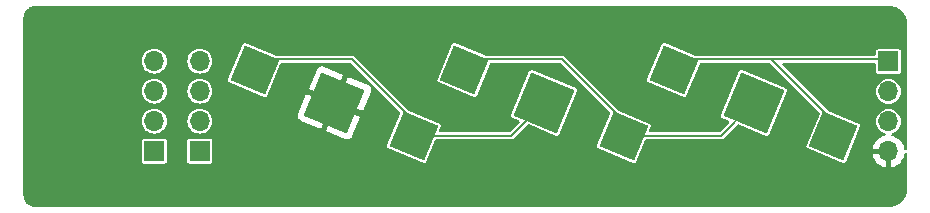
<source format=gbl>
G04 #@! TF.GenerationSoftware,KiCad,Pcbnew,8.0.8*
G04 #@! TF.CreationDate,2025-10-01T21:52:52+01:00*
G04 #@! TF.ProjectId,3S_coinHolder_LIR1654.kicad_pro,33535f63-6f69-46e4-986f-6c6465725f4c,rev?*
G04 #@! TF.SameCoordinates,Original*
G04 #@! TF.FileFunction,Copper,L2,Bot*
G04 #@! TF.FilePolarity,Positive*
%FSLAX46Y46*%
G04 Gerber Fmt 4.6, Leading zero omitted, Abs format (unit mm)*
G04 Created by KiCad (PCBNEW 8.0.8) date 2025-10-01 21:52:52*
%MOMM*%
%LPD*%
G01*
G04 APERTURE LIST*
G04 Aperture macros list*
%AMRotRect*
0 Rectangle, with rotation*
0 The origin of the aperture is its center*
0 $1 length*
0 $2 width*
0 $3 Rotation angle, in degrees counterclockwise*
0 Add horizontal line*
21,1,$1,$2,0,0,$3*%
G04 Aperture macros list end*
G04 #@! TA.AperFunction,ComponentPad*
%ADD10R,1.700000X1.700000*%
G04 #@! TD*
G04 #@! TA.AperFunction,ComponentPad*
%ADD11O,1.700000X1.700000*%
G04 #@! TD*
G04 #@! TA.AperFunction,SMDPad,CuDef*
%ADD12RotRect,3.960000X3.960000X157.500000*%
G04 #@! TD*
G04 #@! TA.AperFunction,SMDPad,CuDef*
%ADD13RotRect,3.180000X3.180000X157.500000*%
G04 #@! TD*
G04 #@! TA.AperFunction,ViaPad*
%ADD14C,0.600000*%
G04 #@! TD*
G04 #@! TA.AperFunction,Conductor*
%ADD15C,0.200000*%
G04 #@! TD*
G04 APERTURE END LIST*
D10*
G04 #@! TO.P,J3,1,Pin_1*
G04 #@! TO.N,Net-(J2-Pin_1)*
X123000000Y-103540000D03*
D11*
G04 #@! TO.P,J3,2,Pin_2*
G04 #@! TO.N,Net-(J2-Pin_2)*
X123000000Y-101000000D03*
G04 #@! TO.P,J3,3,Pin_3*
G04 #@! TO.N,Net-(J2-Pin_3)*
X123000000Y-98460000D03*
G04 #@! TO.P,J3,4,Pin_4*
G04 #@! TO.N,Net-(J2-Pin_4)*
X123000000Y-95920000D03*
G04 #@! TD*
D12*
G04 #@! TO.P,BT1,N*
G04 #@! TO.N,/V_{C2}*
X173755679Y-99456411D03*
D13*
G04 #@! TO.P,BT1,P1*
G04 #@! TO.N,/V_{C1}*
X180500000Y-102250000D03*
G04 #@! TO.P,BT1,P2*
X167011358Y-96662822D03*
G04 #@! TD*
D12*
G04 #@! TO.P,BT2,N*
G04 #@! TO.N,/V_{C3}*
X156005679Y-99456411D03*
D13*
G04 #@! TO.P,BT2,P1*
G04 #@! TO.N,/V_{C2}*
X162750000Y-102250000D03*
G04 #@! TO.P,BT2,P2*
X149261358Y-96662822D03*
G04 #@! TD*
D10*
G04 #@! TO.P,J2,1,Pin_1*
G04 #@! TO.N,Net-(J2-Pin_1)*
X126851214Y-103550000D03*
D11*
G04 #@! TO.P,J2,2,Pin_2*
G04 #@! TO.N,Net-(J2-Pin_2)*
X126851214Y-101010000D03*
G04 #@! TO.P,J2,3,Pin_3*
G04 #@! TO.N,Net-(J2-Pin_3)*
X126851214Y-98470000D03*
G04 #@! TO.P,J2,4,Pin_4*
G04 #@! TO.N,Net-(J2-Pin_4)*
X126851214Y-95930000D03*
G04 #@! TD*
D10*
G04 #@! TO.P,J1,1,Pin_1*
G04 #@! TO.N,/V_{C1}*
X185164214Y-95950000D03*
D11*
G04 #@! TO.P,J1,2,Pin_2*
G04 #@! TO.N,/V_{C2}*
X185164214Y-98490000D03*
G04 #@! TO.P,J1,3,Pin_3*
G04 #@! TO.N,/V_{C3}*
X185164214Y-101030000D03*
G04 #@! TO.P,J1,4,Pin_4*
G04 #@! TO.N,GND*
X185164214Y-103570000D03*
G04 #@! TD*
D12*
G04 #@! TO.P,BT3,N*
G04 #@! TO.N,GND*
X138255679Y-99456411D03*
D13*
G04 #@! TO.P,BT3,P1*
G04 #@! TO.N,/V_{C3}*
X145000000Y-102250000D03*
G04 #@! TO.P,BT3,P2*
X131511358Y-96662822D03*
G04 #@! TD*
D14*
G04 #@! TO.N,/V_{C3}*
X156005679Y-99456411D03*
G04 #@! TO.N,GND*
X138255679Y-99456411D03*
G04 #@! TO.N,/V_{C2}*
X173731045Y-99481045D03*
G04 #@! TD*
D15*
G04 #@! TO.N,/V_{C3}*
X145000000Y-102250000D02*
X153212090Y-102250000D01*
X131511358Y-96662822D02*
X132424180Y-95750000D01*
X132424180Y-95750000D02*
X139750000Y-95750000D01*
X145000000Y-101000000D02*
X145000000Y-102250000D01*
X139750000Y-95750000D02*
X145000000Y-101000000D01*
X153212090Y-102250000D02*
X156005679Y-99456411D01*
G04 #@! TO.N,/V_{C2}*
X162750000Y-102250000D02*
X170962090Y-102250000D01*
X173755679Y-99456411D02*
X174212090Y-99000000D01*
X149261358Y-96662822D02*
X150174180Y-95750000D01*
X157500000Y-95750000D02*
X162750000Y-101000000D01*
X174212090Y-99000000D02*
X174500000Y-99000000D01*
X173731045Y-99481045D02*
X173755679Y-99456411D01*
X170962090Y-102250000D02*
X173731045Y-99481045D01*
X150174180Y-95750000D02*
X157500000Y-95750000D01*
X162750000Y-101000000D02*
X162750000Y-102250000D01*
X174500000Y-99000000D02*
X175010000Y-98490000D01*
G04 #@! TO.N,/V_{C1}*
X175250000Y-95750000D02*
X180500000Y-101000000D01*
X167011358Y-96662822D02*
X167924180Y-95750000D01*
X180500000Y-101000000D02*
X180500000Y-102250000D01*
X175250000Y-95750000D02*
X184964214Y-95750000D01*
X184964214Y-95750000D02*
X185164214Y-95950000D01*
X167924180Y-95750000D02*
X175250000Y-95750000D01*
G04 #@! TD*
G04 #@! TA.AperFunction,Conductor*
G04 #@! TO.N,GND*
G36*
X185254418Y-91250816D02*
G01*
X185454561Y-91265130D01*
X185472063Y-91267647D01*
X185663797Y-91309355D01*
X185680755Y-91314334D01*
X185856354Y-91379830D01*
X185864609Y-91382909D01*
X185880701Y-91390259D01*
X186052904Y-91484288D01*
X186067784Y-91493849D01*
X186209414Y-91599873D01*
X186224867Y-91611441D01*
X186238237Y-91623027D01*
X186376972Y-91761762D01*
X186388558Y-91775132D01*
X186495981Y-91918632D01*
X186506146Y-91932210D01*
X186515711Y-91947095D01*
X186609740Y-92119298D01*
X186617090Y-92135390D01*
X186685662Y-92319236D01*
X186690646Y-92336212D01*
X186732351Y-92527931D01*
X186734869Y-92545442D01*
X186749184Y-92745580D01*
X186749500Y-92754427D01*
X186749500Y-103360322D01*
X186729815Y-103427361D01*
X186677011Y-103473116D01*
X186607853Y-103483060D01*
X186544297Y-103454035D01*
X186506523Y-103395257D01*
X186501972Y-103371130D01*
X186498783Y-103334683D01*
X186498781Y-103334673D01*
X186437647Y-103106516D01*
X186437643Y-103106507D01*
X186337814Y-102892422D01*
X186337813Y-102892420D01*
X186202327Y-102698926D01*
X186202322Y-102698920D01*
X186035296Y-102531894D01*
X185841792Y-102396399D01*
X185627706Y-102296570D01*
X185627700Y-102296567D01*
X185505563Y-102263841D01*
X185445903Y-102227476D01*
X185415374Y-102164629D01*
X185423669Y-102095253D01*
X185468154Y-102041375D01*
X185501658Y-102025407D01*
X185568168Y-102005232D01*
X185750664Y-101907685D01*
X185910624Y-101776410D01*
X186041899Y-101616450D01*
X186139446Y-101433954D01*
X186199514Y-101235934D01*
X186219797Y-101030000D01*
X186199514Y-100824066D01*
X186139446Y-100626046D01*
X186041899Y-100443550D01*
X185980435Y-100368655D01*
X185910624Y-100283589D01*
X185792891Y-100186969D01*
X185750664Y-100152315D01*
X185568168Y-100054768D01*
X185370148Y-99994700D01*
X185370146Y-99994699D01*
X185370148Y-99994699D01*
X185164214Y-99974417D01*
X184958281Y-99994699D01*
X184760257Y-100054769D01*
X184659681Y-100108529D01*
X184577764Y-100152315D01*
X184577762Y-100152316D01*
X184577761Y-100152317D01*
X184417803Y-100283589D01*
X184286531Y-100443547D01*
X184286529Y-100443550D01*
X184272657Y-100469503D01*
X184188983Y-100626043D01*
X184128913Y-100824067D01*
X184108631Y-101030000D01*
X184128913Y-101235932D01*
X184131648Y-101244948D01*
X184188982Y-101433954D01*
X184286529Y-101616450D01*
X184286531Y-101616452D01*
X184417803Y-101776410D01*
X184499311Y-101843301D01*
X184577764Y-101907685D01*
X184760260Y-102005232D01*
X184826765Y-102025405D01*
X184885203Y-102063702D01*
X184913660Y-102127514D01*
X184903101Y-102196581D01*
X184856877Y-102248975D01*
X184822864Y-102263841D01*
X184700728Y-102296567D01*
X184700721Y-102296570D01*
X184486636Y-102396399D01*
X184486634Y-102396400D01*
X184293140Y-102531886D01*
X184293134Y-102531891D01*
X184126105Y-102698920D01*
X184126100Y-102698926D01*
X183990614Y-102892420D01*
X183990613Y-102892422D01*
X183890784Y-103106507D01*
X183890781Y-103106513D01*
X183833578Y-103319999D01*
X183833578Y-103320000D01*
X184731202Y-103320000D01*
X184698289Y-103377007D01*
X184664214Y-103504174D01*
X184664214Y-103635826D01*
X184698289Y-103762993D01*
X184731202Y-103820000D01*
X183833578Y-103820000D01*
X183890781Y-104033486D01*
X183890784Y-104033492D01*
X183990613Y-104247578D01*
X184126108Y-104441082D01*
X184293131Y-104608105D01*
X184486635Y-104743600D01*
X184700721Y-104843429D01*
X184700730Y-104843433D01*
X184914214Y-104900634D01*
X184914214Y-104003012D01*
X184971221Y-104035925D01*
X185098388Y-104070000D01*
X185230040Y-104070000D01*
X185357207Y-104035925D01*
X185414214Y-104003012D01*
X185414214Y-104900633D01*
X185627697Y-104843433D01*
X185627706Y-104843429D01*
X185841792Y-104743600D01*
X186035296Y-104608105D01*
X186202319Y-104441082D01*
X186337814Y-104247578D01*
X186437643Y-104033492D01*
X186437647Y-104033483D01*
X186498781Y-103805326D01*
X186498783Y-103805315D01*
X186501972Y-103768870D01*
X186527424Y-103703801D01*
X186584015Y-103662822D01*
X186653777Y-103658944D01*
X186714561Y-103693398D01*
X186747069Y-103755245D01*
X186749500Y-103779677D01*
X186749500Y-106745572D01*
X186749184Y-106754419D01*
X186734869Y-106954557D01*
X186732351Y-106972068D01*
X186690646Y-107163787D01*
X186685662Y-107180763D01*
X186617090Y-107364609D01*
X186609740Y-107380701D01*
X186515711Y-107552904D01*
X186506146Y-107567789D01*
X186388558Y-107724867D01*
X186376972Y-107738237D01*
X186238237Y-107876972D01*
X186224867Y-107888558D01*
X186067789Y-108006146D01*
X186052904Y-108015711D01*
X185880701Y-108109740D01*
X185864609Y-108117090D01*
X185680763Y-108185662D01*
X185663787Y-108190646D01*
X185472068Y-108232351D01*
X185454557Y-108234869D01*
X185273779Y-108247799D01*
X185254417Y-108249184D01*
X185245572Y-108249500D01*
X112987711Y-108249500D01*
X112987695Y-108249499D01*
X112919618Y-108249499D01*
X112908812Y-108249027D01*
X112751456Y-108235262D01*
X112730169Y-108231509D01*
X112582836Y-108192032D01*
X112562526Y-108184640D01*
X112424287Y-108120180D01*
X112405567Y-108109372D01*
X112280627Y-108021889D01*
X112264069Y-108007996D01*
X112156209Y-107900137D01*
X112142321Y-107883586D01*
X112054829Y-107758636D01*
X112044025Y-107739922D01*
X112025313Y-107699794D01*
X111979560Y-107601678D01*
X111972170Y-107581373D01*
X111968530Y-107567789D01*
X111932691Y-107434037D01*
X111928939Y-107412752D01*
X111915186Y-107255553D01*
X111914714Y-107244746D01*
X111914714Y-102670247D01*
X121949500Y-102670247D01*
X121949500Y-104409752D01*
X121961131Y-104468229D01*
X121961132Y-104468230D01*
X122005447Y-104534552D01*
X122071769Y-104578867D01*
X122071770Y-104578868D01*
X122130247Y-104590499D01*
X122130250Y-104590500D01*
X122130252Y-104590500D01*
X123869750Y-104590500D01*
X123869751Y-104590499D01*
X123884568Y-104587552D01*
X123928229Y-104578868D01*
X123928229Y-104578867D01*
X123928231Y-104578867D01*
X123994552Y-104534552D01*
X124038867Y-104468231D01*
X124038867Y-104468229D01*
X124038868Y-104468229D01*
X124050499Y-104409752D01*
X124050500Y-104409750D01*
X124050500Y-102680247D01*
X125800714Y-102680247D01*
X125800714Y-104419752D01*
X125812345Y-104478229D01*
X125812346Y-104478230D01*
X125856661Y-104544552D01*
X125922983Y-104588867D01*
X125922984Y-104588868D01*
X125981461Y-104600499D01*
X125981464Y-104600500D01*
X125981466Y-104600500D01*
X127720964Y-104600500D01*
X127720965Y-104600499D01*
X127735782Y-104597552D01*
X127779443Y-104588868D01*
X127779443Y-104588867D01*
X127779445Y-104588867D01*
X127845766Y-104544552D01*
X127890081Y-104478231D01*
X127890081Y-104478229D01*
X127890082Y-104478229D01*
X127901713Y-104419752D01*
X127901714Y-104419750D01*
X127901714Y-102680249D01*
X127901713Y-102680247D01*
X127890082Y-102621770D01*
X127890081Y-102621769D01*
X127845766Y-102555447D01*
X127779444Y-102511132D01*
X127779443Y-102511131D01*
X127720966Y-102499500D01*
X127720962Y-102499500D01*
X125981466Y-102499500D01*
X125981461Y-102499500D01*
X125922984Y-102511131D01*
X125922983Y-102511132D01*
X125856661Y-102555447D01*
X125812346Y-102621769D01*
X125812345Y-102621770D01*
X125800714Y-102680247D01*
X124050500Y-102680247D01*
X124050500Y-102670249D01*
X124050499Y-102670247D01*
X124038868Y-102611770D01*
X124038867Y-102611769D01*
X123994552Y-102545447D01*
X123928230Y-102501132D01*
X123928229Y-102501131D01*
X123869752Y-102489500D01*
X123869748Y-102489500D01*
X122130252Y-102489500D01*
X122130247Y-102489500D01*
X122071770Y-102501131D01*
X122071769Y-102501132D01*
X122005447Y-102545447D01*
X121961132Y-102611769D01*
X121961131Y-102611770D01*
X121949500Y-102670247D01*
X111914714Y-102670247D01*
X111914714Y-101000000D01*
X121944417Y-101000000D01*
X121964699Y-101205932D01*
X121985610Y-101274865D01*
X122024768Y-101403954D01*
X122122315Y-101586450D01*
X122146935Y-101616450D01*
X122253589Y-101746410D01*
X122328459Y-101807853D01*
X122413550Y-101877685D01*
X122596046Y-101975232D01*
X122794066Y-102035300D01*
X122794065Y-102035300D01*
X122812529Y-102037118D01*
X123000000Y-102055583D01*
X123205934Y-102035300D01*
X123403954Y-101975232D01*
X123586450Y-101877685D01*
X123746410Y-101746410D01*
X123877685Y-101586450D01*
X123975232Y-101403954D01*
X124035300Y-101205934D01*
X124054598Y-101010000D01*
X125795631Y-101010000D01*
X125815913Y-101215932D01*
X125824715Y-101244948D01*
X125875982Y-101413954D01*
X125973529Y-101596450D01*
X125989944Y-101616452D01*
X126104803Y-101756410D01*
X126201423Y-101835702D01*
X126264764Y-101887685D01*
X126447260Y-101985232D01*
X126645280Y-102045300D01*
X126645279Y-102045300D01*
X126663743Y-102047118D01*
X126851214Y-102065583D01*
X127057148Y-102045300D01*
X127255168Y-101985232D01*
X127437664Y-101887685D01*
X127491746Y-101843301D01*
X137537592Y-101843301D01*
X139180087Y-102523645D01*
X139237559Y-102540521D01*
X139381241Y-102545654D01*
X139381244Y-102545653D01*
X139520557Y-102510096D01*
X139644200Y-102436736D01*
X139644213Y-102436726D01*
X139742179Y-102331501D01*
X139742180Y-102331501D01*
X139770882Y-102278938D01*
X140451228Y-100636436D01*
X140451228Y-100636435D01*
X138390978Y-99783050D01*
X137537592Y-101843301D01*
X127491746Y-101843301D01*
X127597624Y-101756410D01*
X127728899Y-101596450D01*
X127826446Y-101413954D01*
X127886514Y-101215934D01*
X127906797Y-101010000D01*
X127886514Y-100804066D01*
X127826446Y-100606046D01*
X127813579Y-100581973D01*
X135166435Y-100581973D01*
X135166436Y-100581976D01*
X135201993Y-100721289D01*
X135275353Y-100844932D01*
X135275363Y-100844945D01*
X135380588Y-100942911D01*
X135380588Y-100942912D01*
X135433151Y-100971614D01*
X137075652Y-101651960D01*
X137075653Y-101651960D01*
X137929038Y-99591710D01*
X137275753Y-99321110D01*
X138582318Y-99321110D01*
X140642569Y-100174495D01*
X141322913Y-98532002D01*
X141339789Y-98474530D01*
X141344922Y-98330848D01*
X141344921Y-98330845D01*
X141309364Y-98191532D01*
X141236004Y-98067889D01*
X141235994Y-98067876D01*
X141130769Y-97969910D01*
X141130769Y-97969909D01*
X141078206Y-97941207D01*
X139435704Y-97260860D01*
X139435703Y-97260860D01*
X138582318Y-99321110D01*
X137275753Y-99321110D01*
X135868787Y-98738324D01*
X135868786Y-98738325D01*
X135188444Y-100380819D01*
X135171568Y-100438291D01*
X135166435Y-100581973D01*
X127813579Y-100581973D01*
X127728899Y-100423550D01*
X127626654Y-100298963D01*
X127597624Y-100263589D01*
X127479891Y-100166969D01*
X127437664Y-100132315D01*
X127255168Y-100034768D01*
X127057148Y-99974700D01*
X127057146Y-99974699D01*
X127057148Y-99974699D01*
X126851214Y-99954417D01*
X126645281Y-99974699D01*
X126447257Y-100034769D01*
X126337112Y-100093643D01*
X126264764Y-100132315D01*
X126264762Y-100132316D01*
X126264761Y-100132317D01*
X126104803Y-100263589D01*
X125973531Y-100423547D01*
X125973529Y-100423550D01*
X125934857Y-100495898D01*
X125875983Y-100606043D01*
X125815913Y-100804067D01*
X125795631Y-101010000D01*
X124054598Y-101010000D01*
X124055583Y-101000000D01*
X124035300Y-100794066D01*
X123975232Y-100596046D01*
X123877685Y-100413550D01*
X123825702Y-100350209D01*
X123746410Y-100253589D01*
X123602405Y-100135409D01*
X123586450Y-100122315D01*
X123403954Y-100024768D01*
X123205934Y-99964700D01*
X123205932Y-99964699D01*
X123205934Y-99964699D01*
X123000000Y-99944417D01*
X122794067Y-99964699D01*
X122596043Y-100024769D01*
X122485898Y-100083643D01*
X122413550Y-100122315D01*
X122413548Y-100122316D01*
X122413547Y-100122317D01*
X122253589Y-100253589D01*
X122149176Y-100380819D01*
X122122315Y-100413550D01*
X122116970Y-100423550D01*
X122024769Y-100596043D01*
X122024768Y-100596045D01*
X122024768Y-100596046D01*
X122021735Y-100606046D01*
X121964699Y-100794067D01*
X121944417Y-101000000D01*
X111914714Y-101000000D01*
X111914714Y-98460000D01*
X121944417Y-98460000D01*
X121964699Y-98665932D01*
X121973800Y-98695934D01*
X122024768Y-98863954D01*
X122122315Y-99046450D01*
X122146935Y-99076450D01*
X122253589Y-99206410D01*
X122290145Y-99236410D01*
X122413550Y-99337685D01*
X122596046Y-99435232D01*
X122794066Y-99495300D01*
X122794065Y-99495300D01*
X122812529Y-99497118D01*
X123000000Y-99515583D01*
X123205934Y-99495300D01*
X123403954Y-99435232D01*
X123586450Y-99337685D01*
X123746410Y-99206410D01*
X123877685Y-99046450D01*
X123975232Y-98863954D01*
X124035300Y-98665934D01*
X124054598Y-98470000D01*
X125795631Y-98470000D01*
X125815913Y-98675932D01*
X125834840Y-98738325D01*
X125875982Y-98873954D01*
X125973529Y-99056450D01*
X125989944Y-99076452D01*
X126104803Y-99216410D01*
X126201423Y-99295702D01*
X126264764Y-99347685D01*
X126447260Y-99445232D01*
X126645280Y-99505300D01*
X126645279Y-99505300D01*
X126663743Y-99507118D01*
X126851214Y-99525583D01*
X127057148Y-99505300D01*
X127255168Y-99445232D01*
X127437664Y-99347685D01*
X127597624Y-99216410D01*
X127728899Y-99056450D01*
X127826446Y-98873954D01*
X127886514Y-98675934D01*
X127906797Y-98470000D01*
X127886514Y-98264066D01*
X127826446Y-98066046D01*
X127728899Y-97883550D01*
X127676916Y-97820209D01*
X127597624Y-97723589D01*
X127479891Y-97626969D01*
X127437664Y-97592315D01*
X127308586Y-97523321D01*
X129229495Y-97523321D01*
X129229495Y-97523324D01*
X129245057Y-97601556D01*
X129289071Y-97667427D01*
X129289371Y-97667876D01*
X129338950Y-97701004D01*
X132313377Y-98933052D01*
X132342419Y-98938828D01*
X132371858Y-98944685D01*
X132371860Y-98944685D01*
X132450091Y-98929123D01*
X132516412Y-98884809D01*
X132549540Y-98835230D01*
X132781021Y-98276385D01*
X136060127Y-98276385D01*
X138120378Y-99129770D01*
X138973764Y-97069519D01*
X138973763Y-97069518D01*
X137331270Y-96389176D01*
X137273798Y-96372300D01*
X137130116Y-96367167D01*
X137130113Y-96367168D01*
X136990800Y-96402725D01*
X136867157Y-96476085D01*
X136867144Y-96476095D01*
X136769178Y-96581320D01*
X136769177Y-96581320D01*
X136740475Y-96633883D01*
X136060127Y-98276385D01*
X132781021Y-98276385D01*
X133671306Y-96127046D01*
X133715147Y-96072644D01*
X133781441Y-96050579D01*
X133785867Y-96050500D01*
X139574167Y-96050500D01*
X139641206Y-96070185D01*
X139661848Y-96086819D01*
X143812669Y-100237640D01*
X143846154Y-100298963D01*
X143841170Y-100368655D01*
X143839549Y-100372774D01*
X142729770Y-103052018D01*
X142729768Y-103052026D01*
X142718137Y-103110499D01*
X142718137Y-103110502D01*
X142733699Y-103188734D01*
X142777713Y-103254605D01*
X142778013Y-103255054D01*
X142827592Y-103288182D01*
X145802019Y-104520230D01*
X145831061Y-104526006D01*
X145860500Y-104531863D01*
X145860502Y-104531863D01*
X145938733Y-104516301D01*
X146005054Y-104471987D01*
X146038182Y-104422408D01*
X146781845Y-102627046D01*
X146825686Y-102572644D01*
X146891980Y-102550579D01*
X146896406Y-102550500D01*
X153251650Y-102550500D01*
X153251652Y-102550500D01*
X153328079Y-102530021D01*
X153396601Y-102490460D01*
X153452550Y-102434511D01*
X154578711Y-101308348D01*
X154640032Y-101274865D01*
X154709723Y-101279849D01*
X154713803Y-101281454D01*
X157018764Y-102236201D01*
X157047806Y-102241977D01*
X157077245Y-102247834D01*
X157077247Y-102247834D01*
X157155478Y-102232272D01*
X157221800Y-102187958D01*
X157254928Y-102138378D01*
X158785469Y-98443326D01*
X158797102Y-98384843D01*
X158781540Y-98306612D01*
X158766476Y-98284067D01*
X158737229Y-98240294D01*
X158737225Y-98240289D01*
X158687645Y-98207161D01*
X154992594Y-96676621D01*
X154992586Y-96676619D01*
X154934113Y-96664988D01*
X154934111Y-96664988D01*
X154855878Y-96680550D01*
X154789562Y-96724860D01*
X154789557Y-96724864D01*
X154756429Y-96774444D01*
X153225889Y-100469495D01*
X153225887Y-100469503D01*
X153214256Y-100527976D01*
X153214256Y-100527979D01*
X153229818Y-100606211D01*
X153274128Y-100672527D01*
X153274132Y-100672532D01*
X153323712Y-100705660D01*
X153864843Y-100929804D01*
X153919246Y-100973645D01*
X153941311Y-101039939D01*
X153924032Y-101107638D01*
X153905071Y-101132046D01*
X153123938Y-101913181D01*
X153062615Y-101946666D01*
X153036257Y-101949500D01*
X147248073Y-101949500D01*
X147181034Y-101929815D01*
X147135279Y-101877011D01*
X147125335Y-101807853D01*
X147133512Y-101778047D01*
X147134190Y-101776410D01*
X147270230Y-101447981D01*
X147281863Y-101389498D01*
X147266301Y-101311267D01*
X147221987Y-101244946D01*
X147221983Y-101244943D01*
X147221982Y-101244942D01*
X147172410Y-101211819D01*
X147172406Y-101211817D01*
X144573728Y-100135409D01*
X144533500Y-100108529D01*
X141948292Y-97523321D01*
X146979495Y-97523321D01*
X146979495Y-97523324D01*
X146995057Y-97601556D01*
X147039071Y-97667427D01*
X147039371Y-97667876D01*
X147088950Y-97701004D01*
X150063377Y-98933052D01*
X150092419Y-98938828D01*
X150121858Y-98944685D01*
X150121860Y-98944685D01*
X150200091Y-98929123D01*
X150266412Y-98884809D01*
X150299540Y-98835230D01*
X151421306Y-96127046D01*
X151465147Y-96072644D01*
X151531441Y-96050579D01*
X151535867Y-96050500D01*
X157324167Y-96050500D01*
X157391206Y-96070185D01*
X157411848Y-96086819D01*
X161562669Y-100237640D01*
X161596154Y-100298963D01*
X161591170Y-100368655D01*
X161589549Y-100372774D01*
X160479770Y-103052018D01*
X160479768Y-103052026D01*
X160468137Y-103110499D01*
X160468137Y-103110502D01*
X160483699Y-103188734D01*
X160527713Y-103254605D01*
X160528013Y-103255054D01*
X160577592Y-103288182D01*
X163552019Y-104520230D01*
X163581061Y-104526006D01*
X163610500Y-104531863D01*
X163610502Y-104531863D01*
X163688733Y-104516301D01*
X163755054Y-104471987D01*
X163788182Y-104422408D01*
X164531845Y-102627046D01*
X164575686Y-102572644D01*
X164641980Y-102550579D01*
X164646406Y-102550500D01*
X171001650Y-102550500D01*
X171001652Y-102550500D01*
X171078079Y-102530021D01*
X171146601Y-102490460D01*
X171202550Y-102434511D01*
X172328711Y-101308348D01*
X172390032Y-101274865D01*
X172459723Y-101279849D01*
X172463803Y-101281454D01*
X174768764Y-102236201D01*
X174797806Y-102241977D01*
X174827245Y-102247834D01*
X174827247Y-102247834D01*
X174905478Y-102232272D01*
X174971800Y-102187958D01*
X175004928Y-102138378D01*
X176535469Y-98443326D01*
X176547102Y-98384843D01*
X176531540Y-98306612D01*
X176516476Y-98284067D01*
X176487229Y-98240294D01*
X176487225Y-98240289D01*
X176437645Y-98207161D01*
X172742594Y-96676621D01*
X172742586Y-96676619D01*
X172684113Y-96664988D01*
X172684111Y-96664988D01*
X172605878Y-96680550D01*
X172539562Y-96724860D01*
X172539557Y-96724864D01*
X172506429Y-96774444D01*
X170975889Y-100469495D01*
X170975887Y-100469503D01*
X170964256Y-100527976D01*
X170964256Y-100527979D01*
X170979818Y-100606211D01*
X171024128Y-100672527D01*
X171024132Y-100672532D01*
X171073712Y-100705660D01*
X171614843Y-100929804D01*
X171669246Y-100973645D01*
X171691311Y-101039939D01*
X171674032Y-101107638D01*
X171655071Y-101132046D01*
X170873938Y-101913181D01*
X170812615Y-101946666D01*
X170786257Y-101949500D01*
X164998073Y-101949500D01*
X164931034Y-101929815D01*
X164885279Y-101877011D01*
X164875335Y-101807853D01*
X164883512Y-101778047D01*
X164884190Y-101776410D01*
X165020230Y-101447981D01*
X165031863Y-101389498D01*
X165016301Y-101311267D01*
X164971987Y-101244946D01*
X164971983Y-101244943D01*
X164971982Y-101244942D01*
X164922410Y-101211819D01*
X164922406Y-101211817D01*
X162323728Y-100135409D01*
X162283500Y-100108529D01*
X159698292Y-97523321D01*
X164729495Y-97523321D01*
X164729495Y-97523324D01*
X164745057Y-97601556D01*
X164789071Y-97667427D01*
X164789371Y-97667876D01*
X164838950Y-97701004D01*
X167813377Y-98933052D01*
X167842419Y-98938828D01*
X167871858Y-98944685D01*
X167871860Y-98944685D01*
X167950091Y-98929123D01*
X168016412Y-98884809D01*
X168049540Y-98835230D01*
X169171306Y-96127046D01*
X169215147Y-96072644D01*
X169281441Y-96050579D01*
X169285867Y-96050500D01*
X175074167Y-96050500D01*
X175141206Y-96070185D01*
X175161848Y-96086819D01*
X179312669Y-100237640D01*
X179346154Y-100298963D01*
X179341170Y-100368655D01*
X179339549Y-100372774D01*
X178229770Y-103052018D01*
X178229768Y-103052026D01*
X178218137Y-103110499D01*
X178218137Y-103110502D01*
X178233699Y-103188734D01*
X178277713Y-103254605D01*
X178278013Y-103255054D01*
X178327592Y-103288182D01*
X181302019Y-104520230D01*
X181331061Y-104526006D01*
X181360500Y-104531863D01*
X181360502Y-104531863D01*
X181438733Y-104516301D01*
X181505054Y-104471987D01*
X181538182Y-104422408D01*
X182770230Y-101447981D01*
X182781863Y-101389498D01*
X182766301Y-101311267D01*
X182721987Y-101244946D01*
X182721983Y-101244943D01*
X182721982Y-101244942D01*
X182672410Y-101211819D01*
X182672406Y-101211817D01*
X180073728Y-100135409D01*
X180033500Y-100108529D01*
X178414971Y-98490000D01*
X184108631Y-98490000D01*
X184128913Y-98695932D01*
X184141773Y-98738325D01*
X184188982Y-98893954D01*
X184286529Y-99076450D01*
X184286531Y-99076452D01*
X184417803Y-99236410D01*
X184514423Y-99315702D01*
X184577764Y-99367685D01*
X184760260Y-99465232D01*
X184958280Y-99525300D01*
X184958279Y-99525300D01*
X184976743Y-99527118D01*
X185164214Y-99545583D01*
X185370148Y-99525300D01*
X185568168Y-99465232D01*
X185750664Y-99367685D01*
X185910624Y-99236410D01*
X186041899Y-99076450D01*
X186139446Y-98893954D01*
X186199514Y-98695934D01*
X186219797Y-98490000D01*
X186199514Y-98284066D01*
X186139446Y-98086046D01*
X186041899Y-97903550D01*
X185989916Y-97840209D01*
X185910624Y-97743589D01*
X185750666Y-97612317D01*
X185750667Y-97612317D01*
X185750664Y-97612315D01*
X185568168Y-97514768D01*
X185370148Y-97454700D01*
X185370146Y-97454699D01*
X185370148Y-97454699D01*
X185164214Y-97434417D01*
X184958281Y-97454699D01*
X184760257Y-97514769D01*
X184650112Y-97573643D01*
X184577764Y-97612315D01*
X184577762Y-97612316D01*
X184577761Y-97612317D01*
X184417803Y-97743589D01*
X184286531Y-97903547D01*
X184188983Y-98086043D01*
X184128913Y-98284067D01*
X184108631Y-98490000D01*
X178414971Y-98490000D01*
X176187152Y-96262181D01*
X176153667Y-96200858D01*
X176158651Y-96131166D01*
X176200523Y-96075233D01*
X176265987Y-96050816D01*
X176274833Y-96050500D01*
X183989714Y-96050500D01*
X184056753Y-96070185D01*
X184102508Y-96122989D01*
X184113714Y-96174500D01*
X184113714Y-96819752D01*
X184125345Y-96878229D01*
X184125346Y-96878230D01*
X184169661Y-96944552D01*
X184235983Y-96988867D01*
X184235984Y-96988868D01*
X184294461Y-97000499D01*
X184294464Y-97000500D01*
X184294466Y-97000500D01*
X186033964Y-97000500D01*
X186033965Y-97000499D01*
X186048782Y-96997552D01*
X186092443Y-96988868D01*
X186092443Y-96988867D01*
X186092445Y-96988867D01*
X186158766Y-96944552D01*
X186203081Y-96878231D01*
X186203081Y-96878229D01*
X186203082Y-96878229D01*
X186214713Y-96819752D01*
X186214714Y-96819750D01*
X186214714Y-95080249D01*
X186214713Y-95080247D01*
X186203082Y-95021770D01*
X186203081Y-95021769D01*
X186158766Y-94955447D01*
X186092444Y-94911132D01*
X186092443Y-94911131D01*
X186033966Y-94899500D01*
X186033962Y-94899500D01*
X184294466Y-94899500D01*
X184294461Y-94899500D01*
X184235984Y-94911131D01*
X184235983Y-94911132D01*
X184169661Y-94955447D01*
X184125346Y-95021769D01*
X184125345Y-95021770D01*
X184113714Y-95080247D01*
X184113714Y-95325500D01*
X184094029Y-95392539D01*
X184041225Y-95438294D01*
X183989714Y-95449500D01*
X168785606Y-95449500D01*
X168738153Y-95440061D01*
X168481005Y-95333547D01*
X166209339Y-94392592D01*
X166209331Y-94392590D01*
X166150858Y-94380959D01*
X166150856Y-94380959D01*
X166072623Y-94396521D01*
X166006306Y-94440833D01*
X166006300Y-94440839D01*
X165973177Y-94490411D01*
X165973175Y-94490415D01*
X164741128Y-97464840D01*
X164741126Y-97464848D01*
X164729495Y-97523321D01*
X159698292Y-97523321D01*
X157684512Y-95509541D01*
X157684504Y-95509535D01*
X157615995Y-95469982D01*
X157615990Y-95469979D01*
X157590513Y-95463152D01*
X157539562Y-95449500D01*
X157539560Y-95449500D01*
X151035606Y-95449500D01*
X150988153Y-95440061D01*
X150731005Y-95333547D01*
X148459339Y-94392592D01*
X148459331Y-94392590D01*
X148400858Y-94380959D01*
X148400856Y-94380959D01*
X148322623Y-94396521D01*
X148256306Y-94440833D01*
X148256300Y-94440839D01*
X148223177Y-94490411D01*
X148223175Y-94490415D01*
X146991128Y-97464840D01*
X146991126Y-97464848D01*
X146979495Y-97523321D01*
X141948292Y-97523321D01*
X139934512Y-95509541D01*
X139934504Y-95509535D01*
X139865995Y-95469982D01*
X139865990Y-95469979D01*
X139840513Y-95463152D01*
X139789562Y-95449500D01*
X139789560Y-95449500D01*
X133285606Y-95449500D01*
X133238153Y-95440061D01*
X132981005Y-95333547D01*
X130709339Y-94392592D01*
X130709331Y-94392590D01*
X130650858Y-94380959D01*
X130650856Y-94380959D01*
X130572623Y-94396521D01*
X130506306Y-94440833D01*
X130506300Y-94440839D01*
X130473177Y-94490411D01*
X130473175Y-94490415D01*
X129241128Y-97464840D01*
X129241126Y-97464848D01*
X129229495Y-97523321D01*
X127308586Y-97523321D01*
X127255168Y-97494768D01*
X127057148Y-97434700D01*
X127057146Y-97434699D01*
X127057148Y-97434699D01*
X126851214Y-97414417D01*
X126645281Y-97434699D01*
X126447257Y-97494769D01*
X126337112Y-97553643D01*
X126264764Y-97592315D01*
X126264762Y-97592316D01*
X126264761Y-97592317D01*
X126104803Y-97723589D01*
X125973531Y-97883547D01*
X125973529Y-97883550D01*
X125934857Y-97955898D01*
X125875983Y-98066043D01*
X125815913Y-98264067D01*
X125795631Y-98470000D01*
X124054598Y-98470000D01*
X124055583Y-98460000D01*
X124035300Y-98254066D01*
X123975232Y-98056046D01*
X123877685Y-97873550D01*
X123825702Y-97810209D01*
X123746410Y-97713589D01*
X123609894Y-97601555D01*
X123586450Y-97582315D01*
X123403954Y-97484768D01*
X123205934Y-97424700D01*
X123205932Y-97424699D01*
X123205934Y-97424699D01*
X123000000Y-97404417D01*
X122794067Y-97424699D01*
X122596043Y-97484769D01*
X122523919Y-97523321D01*
X122413550Y-97582315D01*
X122413548Y-97582316D01*
X122413547Y-97582317D01*
X122253589Y-97713589D01*
X122122317Y-97873547D01*
X122122315Y-97873550D01*
X122116970Y-97883550D01*
X122024769Y-98056043D01*
X122024768Y-98056045D01*
X122024768Y-98056046D01*
X122021735Y-98066046D01*
X121964699Y-98254067D01*
X121944417Y-98460000D01*
X111914714Y-98460000D01*
X111914714Y-95920000D01*
X121944417Y-95920000D01*
X121964699Y-96125932D01*
X121967733Y-96135934D01*
X122024768Y-96323954D01*
X122122315Y-96506450D01*
X122156969Y-96548677D01*
X122253589Y-96666410D01*
X122324812Y-96724860D01*
X122413550Y-96797685D01*
X122596046Y-96895232D01*
X122794066Y-96955300D01*
X122794065Y-96955300D01*
X122812529Y-96957118D01*
X123000000Y-96975583D01*
X123205934Y-96955300D01*
X123403954Y-96895232D01*
X123586450Y-96797685D01*
X123746410Y-96666410D01*
X123877685Y-96506450D01*
X123975232Y-96323954D01*
X124035300Y-96125934D01*
X124054598Y-95930000D01*
X125795631Y-95930000D01*
X125815913Y-96135932D01*
X125835608Y-96200858D01*
X125875982Y-96333954D01*
X125973529Y-96516450D01*
X125973531Y-96516452D01*
X126104803Y-96676410D01*
X126201423Y-96755702D01*
X126264764Y-96807685D01*
X126447260Y-96905232D01*
X126645280Y-96965300D01*
X126645279Y-96965300D01*
X126663743Y-96967118D01*
X126851214Y-96985583D01*
X127057148Y-96965300D01*
X127255168Y-96905232D01*
X127437664Y-96807685D01*
X127597624Y-96676410D01*
X127728899Y-96516450D01*
X127826446Y-96333954D01*
X127886514Y-96135934D01*
X127906797Y-95930000D01*
X127886514Y-95724066D01*
X127826446Y-95526046D01*
X127728899Y-95343550D01*
X127676916Y-95280209D01*
X127597624Y-95183589D01*
X127479891Y-95086969D01*
X127437664Y-95052315D01*
X127255168Y-94954768D01*
X127057148Y-94894700D01*
X127057146Y-94894699D01*
X127057148Y-94894699D01*
X126851214Y-94874417D01*
X126645281Y-94894699D01*
X126447257Y-94954769D01*
X126337112Y-95013643D01*
X126264764Y-95052315D01*
X126264762Y-95052316D01*
X126264761Y-95052317D01*
X126104803Y-95183589D01*
X125973531Y-95343547D01*
X125875983Y-95526043D01*
X125815913Y-95724067D01*
X125795631Y-95930000D01*
X124054598Y-95930000D01*
X124055583Y-95920000D01*
X124035300Y-95714066D01*
X123975232Y-95516046D01*
X123877685Y-95333550D01*
X123754617Y-95183590D01*
X123746410Y-95173589D01*
X123628677Y-95076969D01*
X123586450Y-95042315D01*
X123403954Y-94944768D01*
X123205934Y-94884700D01*
X123205932Y-94884699D01*
X123205934Y-94884699D01*
X123000000Y-94864417D01*
X122794067Y-94884699D01*
X122596043Y-94944769D01*
X122485898Y-95003643D01*
X122413550Y-95042315D01*
X122413548Y-95042316D01*
X122413547Y-95042317D01*
X122253589Y-95173589D01*
X122128921Y-95325500D01*
X122122315Y-95333550D01*
X122083643Y-95405898D01*
X122024769Y-95516043D01*
X122024768Y-95516045D01*
X122024768Y-95516046D01*
X122021735Y-95526046D01*
X121964699Y-95714067D01*
X121944417Y-95920000D01*
X111914714Y-95920000D01*
X111914714Y-92255413D01*
X111915186Y-92244606D01*
X111928953Y-92087248D01*
X111932704Y-92065970D01*
X111972184Y-91918627D01*
X111979576Y-91898321D01*
X111997966Y-91858885D01*
X112044038Y-91760082D01*
X112054845Y-91741365D01*
X112142327Y-91616430D01*
X112156220Y-91599873D01*
X112264078Y-91492015D01*
X112280629Y-91478126D01*
X112405583Y-91390633D01*
X112424278Y-91379839D01*
X112562537Y-91315369D01*
X112582838Y-91307981D01*
X112730176Y-91268503D01*
X112751453Y-91264751D01*
X112872321Y-91254178D01*
X112908975Y-91250972D01*
X112919781Y-91250500D01*
X112980101Y-91250501D01*
X112980105Y-91250500D01*
X185184108Y-91250500D01*
X185245572Y-91250500D01*
X185254418Y-91250816D01*
G37*
G04 #@! TD.AperFunction*
G04 #@! TD*
M02*

</source>
